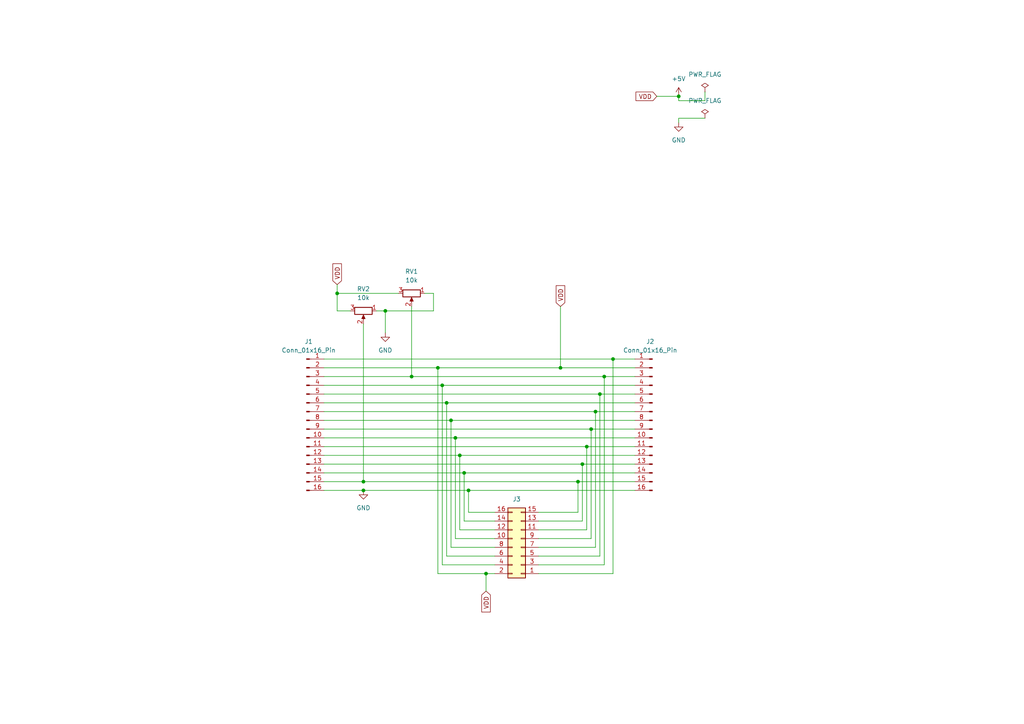
<source format=kicad_sch>
(kicad_sch (version 20231120) (generator "eeschema") (generator_version "8.0")
  (paper "A4")
  (lib_symbols
    (symbol "Connector:Conn_01x16_Pin" (pin_names (offset 1.016) hide)
      (property "Reference" "J" (at 0 20.32 0))
      (property "Value" "Conn_01x16_Pin" (at 0 -22.86 0))
      (symbol "Conn_01x16_Pin_1_1"
        (polyline (pts (xy 1.27 -20.32) (xy 0.8636 -20.32)) (stroke (width 0.1524)))
        (polyline (pts (xy 1.27 -17.78) (xy 0.8636 -17.78)) (stroke (width 0.1524)))
        (polyline (pts (xy 1.27 -15.24) (xy 0.8636 -15.24)) (stroke (width 0.1524)))
        (polyline (pts (xy 1.27 -12.7) (xy 0.8636 -12.7)) (stroke (width 0.1524)))
        (polyline (pts (xy 1.27 -10.16) (xy 0.8636 -10.16)) (stroke (width 0.1524)))
        (polyline (pts (xy 1.27 -7.62) (xy 0.8636 -7.62)) (stroke (width 0.1524)))
        (polyline (pts (xy 1.27 -5.08) (xy 0.8636 -5.08)) (stroke (width 0.1524)))
        (polyline (pts (xy 1.27 -2.54) (xy 0.8636 -2.54)) (stroke (width 0.1524)))
        (polyline (pts (xy 1.27 0) (xy 0.8636 0)) (stroke (width 0.1524)))
        (polyline (pts (xy 1.27 2.54) (xy 0.8636 2.54)) (stroke (width 0.1524)))
        (polyline (pts (xy 1.27 5.08) (xy 0.8636 5.08)) (stroke (width 0.1524)))
        (polyline (pts (xy 1.27 7.62) (xy 0.8636 7.62)) (stroke (width 0.1524)))
        (polyline (pts (xy 1.27 10.16) (xy 0.8636 10.16)) (stroke (width 0.1524)))
        (polyline (pts (xy 1.27 12.7) (xy 0.8636 12.7)) (stroke (width 0.1524)))
        (polyline (pts (xy 1.27 15.24) (xy 0.8636 15.24)) (stroke (width 0.1524)))
        (polyline (pts (xy 1.27 17.78) (xy 0.8636 17.78)) (stroke (width 0.1524)))
        (rectangle (start 0.8636 -20.193) (end 0 -20.447) (stroke (width 0.1524)) (fill (type outline)))
        (rectangle (start 0.8636 -17.653) (end 0 -17.907) (stroke (width 0.1524)) (fill (type outline)))
        (rectangle (start 0.8636 -15.113) (end 0 -15.367) (stroke (width 0.1524)) (fill (type outline)))
        (rectangle (start 0.8636 -12.573) (end 0 -12.827) (stroke (width 0.1524)) (fill (type outline)))
        (rectangle (start 0.8636 -10.033) (end 0 -10.287) (stroke (width 0.1524)) (fill (type outline)))
        (rectangle (start 0.8636 -7.493) (end 0 -7.747) (stroke (width 0.1524)) (fill (type outline)))
        (rectangle (start 0.8636 -4.953) (end 0 -5.207) (stroke (width 0.1524)) (fill (type outline)))
        (rectangle (start 0.8636 -2.413) (end 0 -2.667) (stroke (width 0.1524)) (fill (type outline)))
        (rectangle (start 0.8636 0.127) (end 0 -0.127) (stroke (width 0.1524)) (fill (type outline)))
        (rectangle (start 0.8636 2.667) (end 0 2.413) (stroke (width 0.1524)) (fill (type outline)))
        (rectangle (start 0.8636 5.207) (end 0 4.953) (stroke (width 0.1524)) (fill (type outline)))
        (rectangle (start 0.8636 7.747) (end 0 7.493) (stroke (width 0.1524)) (fill (type outline)))
        (rectangle (start 0.8636 10.287) (end 0 10.033) (stroke (width 0.1524)) (fill (type outline)))
        (rectangle (start 0.8636 12.827) (end 0 12.573) (stroke (width 0.1524)) (fill (type outline)))
        (rectangle (start 0.8636 15.367) (end 0 15.113) (stroke (width 0.1524)) (fill (type outline)))
        (rectangle (start 0.8636 17.907) (end 0 17.653) (stroke (width 0.1524)) (fill (type outline)))
        (pin passive line (at 5.08 17.78 180) (length 3.81) (name "Pin_1") (number "1"))
        (pin passive line (at 5.08 -5.08 180) (length 3.81) (name "Pin_10") (number "10"))
        (pin passive line (at 5.08 -7.62 180) (length 3.81) (name "Pin_11") (number "11"))
        (pin passive line (at 5.08 -10.16 180) (length 3.81) (name "Pin_12") (number "12"))
        (pin passive line (at 5.08 -12.7 180) (length 3.81) (name "Pin_13") (number "13"))
        (pin passive line (at 5.08 -15.24 180) (length 3.81) (name "Pin_14") (number "14"))
        (pin passive line (at 5.08 -17.78 180) (length 3.81) (name "Pin_15") (number "15"))
        (pin passive line (at 5.08 -20.32 180) (length 3.81) (name "Pin_16") (number "16"))
        (pin passive line (at 5.08 15.24 180) (length 3.81) (name "Pin_2") (number "2"))
        (pin passive line (at 5.08 12.7 180) (length 3.81) (name "Pin_3") (number "3"))
        (pin passive line (at 5.08 10.16 180) (length 3.81) (name "Pin_4") (number "4"))
        (pin passive line (at 5.08 7.62 180) (length 3.81) (name "Pin_5") (number "5"))
        (pin passive line (at 5.08 5.08 180) (length 3.81) (name "Pin_6") (number "6"))
        (pin passive line (at 5.08 2.54 180) (length 3.81) (name "Pin_7") (number "7"))
        (pin passive line (at 5.08 0 180) (length 3.81) (name "Pin_8") (number "8"))
        (pin passive line (at 5.08 -2.54 180) (length 3.81) (name "Pin_9") (number "9"))
      )
    )
    (symbol "Connector_Generic:Conn_02x08_Odd_Even" (pin_names (offset 1.016) hide)
      (property "Reference" "J3" (at 1.27 -13.97 0))
      (symbol "Conn_02x08_Odd_Even_1_1"
        (rectangle (start -1.27 -10.033) (end 0 -10.287) (stroke (width 0.1524)))
        (rectangle (start -1.27 -7.493) (end 0 -7.747) (stroke (width 0.1524)))
        (rectangle (start -1.27 -4.953) (end 0 -5.207) (stroke (width 0.1524)))
        (rectangle (start -1.27 -2.413) (end 0 -2.667) (stroke (width 0.1524)))
        (rectangle (start -1.27 0.127) (end 0 -0.127) (stroke (width 0.1524)))
        (rectangle (start -1.27 2.667) (end 0 2.413) (stroke (width 0.1524)))
        (rectangle (start -1.27 5.207) (end 0 4.953) (stroke (width 0.1524)))
        (rectangle (start -1.27 7.747) (end 0 7.493) (stroke (width 0.1524)))
        (rectangle (start -1.27 8.89) (end 3.81 -11.43) (stroke (width 0.254)) (fill (type background)))
        (rectangle (start 3.81 -10.033) (end 2.54 -10.287) (stroke (width 0.1524)))
        (rectangle (start 3.81 -7.493) (end 2.54 -7.747) (stroke (width 0.1524)))
        (rectangle (start 3.81 -4.953) (end 2.54 -5.207) (stroke (width 0.1524)))
        (rectangle (start 3.81 -2.413) (end 2.54 -2.667) (stroke (width 0.1524)))
        (rectangle (start 3.81 0.127) (end 2.54 -0.127) (stroke (width 0.1524)))
        (rectangle (start 3.81 2.667) (end 2.54 2.413) (stroke (width 0.1524)))
        (rectangle (start 3.81 5.207) (end 2.54 4.953) (stroke (width 0.1524)))
        (rectangle (start 3.81 7.747) (end 2.54 7.493) (stroke (width 0.1524)))
        (pin passive line (at 7.62 7.62 180) (length 3.81) (name "Pin_1") (number "1"))
        (pin passive line (at -5.08 -2.54 0) (length 3.81) (name "Pin_10") (number "10"))
        (pin passive line (at 7.62 -5.08 180) (length 3.81) (name "Pin_11") (number "11"))
        (pin passive line (at -5.08 -5.08 0) (length 3.81) (name "Pin_12") (number "12"))
        (pin passive line (at 7.62 -7.62 180) (length 3.81) (name "Pin_13") (number "13"))
        (pin passive line (at -5.08 -7.62 0) (length 3.81) (name "Pin_14") (number "14"))
        (pin passive line (at 7.62 -10.16 180) (length 3.81) (name "Pin_15") (number "15"))
        (pin passive line (at -5.08 -10.16 0) (length 3.81) (name "Pin_16") (number "16"))
        (pin passive line (at -5.08 7.62 0) (length 3.81) (name "Pin_2") (number "2"))
        (pin passive line (at 7.62 5.08 180) (length 3.81) (name "Pin_3") (number "3"))
        (pin passive line (at -5.08 5.08 0) (length 3.81) (name "Pin_4") (number "4"))
        (pin passive line (at 7.62 2.54 180) (length 3.81) (name "Pin_5") (number "5"))
        (pin passive line (at -5.08 2.54 0) (length 3.81) (name "Pin_6") (number "6"))
        (pin passive line (at 7.62 0 180) (length 3.81) (name "Pin_7") (number "7"))
        (pin passive line (at -5.08 0 0) (length 3.81) (name "Pin_8") (number "8"))
        (pin passive line (at 7.62 -2.54 180) (length 3.81) (name "Pin_9") (number "9"))
      )
    )
    (symbol "Device:R_Potentiometer" (pin_names (offset 1.016) hide)
      (property "Reference" "RV" (at -4.445 0 90))
      (property "Value" "R_Potentiometer" (at -2.54 0 90))
      (symbol "R_Potentiometer_0_1"
        (polyline (pts (xy 2.54 0) (xy 1.524 0)))
        (polyline (pts (xy 1.143 0) (xy 2.286 0.508) (xy 2.286 -0.508) (xy 1.143 0)) (fill (type outline)))
        (rectangle (start 1.016 2.54) (end -1.016 -2.54) (stroke (width 0.254)))
      )
      (symbol "R_Potentiometer_1_1"
        (pin passive line (at 0 3.81 270) (length 1.27) (name "1") (number "1"))
        (pin passive line (at 3.81 0 180) (length 1.27) (name "2") (number "2"))
        (pin passive line (at 0 -3.81 90) (length 1.27) (name "3") (number "3"))
      )
    )
    (symbol "power:+5V" (power) (pin_numbers hide) (pin_names (offset 0) hide)
      (property "Value" "+5V" (at 0 3.556 0))
      (symbol "+5V_0_1"
        (polyline (pts (xy -0.762 1.27) (xy 0 2.54)))
        (polyline (pts (xy 0 0) (xy 0 2.54)))
        (polyline (pts (xy 0 2.54) (xy 0.762 1.27)))
      )
      (symbol "+5V_1_1"
        (pin power_in line (at 0 0 90) (length 0) (name "~") (number "1"))
      )
    )
    (symbol "power:GND" (power) (pin_numbers hide) (pin_names (offset 0) hide)
      (property "Value" "GND" (at 0 -3.81 0))
      (symbol "GND_0_1"
        (polyline (pts (xy 0 0) (xy 0 -1.27) (xy 1.27 -1.27) (xy 0 -2.54) (xy -1.27 -1.27) (xy 0 -1.27)))
      )
      (symbol "GND_1_1"
        (pin power_in line (at 0 0 270) (length 0) (name "~") (number "1"))
      )
    )
    (symbol "power:PWR_FLAG" (power) (pin_numbers hide) (pin_names (offset 0) hide)
      (property "Value" "PWR_FLAG" (at 0 3.81 0))
      (symbol "PWR_FLAG_0_0"
        (pin power_out line (at 0 0 90) (length 0) (name "~") (number "1"))
      )
      (symbol "PWR_FLAG_0_1"
        (polyline (pts (xy 0 0) (xy 0 1.27) (xy -1.016 1.905) (xy 0 2.54) (xy 1.016 1.905) (xy 0 1.27)))
      )
    )
  )
  (junction (at 133.35 132.08))
  (junction (at 167.64 139.7))
  (junction (at 127 106.68))
  (junction (at 105.41 142.24))
  (junction (at 105.41 139.7))
  (junction (at 177.8 104.14))
  (junction (at 129.54 116.84))
  (junction (at 173.99 114.3))
  (junction (at 119.38 109.22))
  (junction (at 168.91 134.62))
  (junction (at 134.62 137.16))
  (junction (at 170.18 129.54))
  (junction (at 130.81 121.92))
  (junction (at 111.76 90.17))
  (junction (at 196.85 27.94))
  (junction (at 162.56 106.68))
  (junction (at 140.97 166.37))
  (junction (at 175.26 109.22))
  (junction (at 97.79 85.09))
  (junction (at 172.72 119.38))
  (junction (at 135.89 142.24))
  (junction (at 171.45 124.46))
  (junction (at 132.08 127))
  (junction (at 128.27 111.76))
  (wire (pts (xy 132.08 127) (xy 184.15 127)))
  (wire (pts (xy 143.51 161.29) (xy 129.54 161.29)))
  (wire (pts (xy 196.85 34.29) (xy 196.85 35.56)))
  (wire (pts (xy 175.26 109.22) (xy 184.15 109.22)))
  (wire (pts (xy 93.98 106.68) (xy 127 106.68)))
  (wire (pts (xy 130.81 121.92) (xy 184.15 121.92)))
  (wire (pts (xy 135.89 148.59) (xy 135.89 142.24)))
  (wire (pts (xy 97.79 90.17) (xy 97.79 85.09)))
  (wire (pts (xy 173.99 114.3) (xy 173.99 161.29)))
  (wire (pts (xy 93.98 137.16) (xy 134.62 137.16)))
  (wire (pts (xy 143.51 156.21) (xy 132.08 156.21)))
  (wire (pts (xy 125.73 85.09) (xy 123.19 85.09)))
  (wire (pts (xy 162.56 88.9) (xy 162.56 106.68)))
  (wire (pts (xy 93.98 124.46) (xy 171.45 124.46)))
  (wire (pts (xy 93.98 114.3) (xy 173.99 114.3)))
  (wire (pts (xy 97.79 85.09) (xy 97.79 82.55)))
  (wire (pts (xy 93.98 132.08) (xy 133.35 132.08)))
  (wire (pts (xy 125.73 90.17) (xy 125.73 85.09)))
  (wire (pts (xy 168.91 134.62) (xy 168.91 151.13)))
  (wire (pts (xy 127 106.68) (xy 162.56 106.68)))
  (wire (pts (xy 167.64 139.7) (xy 167.64 148.59)))
  (wire (pts (xy 172.72 119.38) (xy 184.15 119.38)))
  (wire (pts (xy 134.62 137.16) (xy 134.62 151.13)))
  (wire (pts (xy 190.5 27.94) (xy 196.85 27.94)))
  (wire (pts (xy 156.21 148.59) (xy 167.64 148.59)))
  (wire (pts (xy 135.89 142.24) (xy 184.15 142.24)))
  (wire (pts (xy 130.81 121.92) (xy 130.81 158.75)))
  (wire (pts (xy 140.97 166.37) (xy 140.97 171.45)))
  (wire (pts (xy 128.27 111.76) (xy 128.27 163.83)))
  (wire (pts (xy 119.38 109.22) (xy 175.26 109.22)))
  (wire (pts (xy 140.97 166.37) (xy 143.51 166.37)))
  (wire (pts (xy 156.21 161.29) (xy 173.99 161.29)))
  (wire (pts (xy 105.41 93.98) (xy 105.41 139.7)))
  (wire (pts (xy 177.8 104.14) (xy 184.15 104.14)))
  (wire (pts (xy 128.27 111.76) (xy 184.15 111.76)))
  (wire (pts (xy 127 166.37) (xy 140.97 166.37)))
  (wire (pts (xy 177.8 104.14) (xy 177.8 166.37)))
  (wire (pts (xy 111.76 90.17) (xy 125.73 90.17)))
  (wire (pts (xy 156.21 158.75) (xy 172.72 158.75)))
  (wire (pts (xy 111.76 90.17) (xy 111.76 96.52)))
  (wire (pts (xy 172.72 119.38) (xy 172.72 158.75)))
  (wire (pts (xy 101.6 90.17) (xy 97.79 90.17)))
  (wire (pts (xy 156.21 156.21) (xy 171.45 156.21)))
  (wire (pts (xy 173.99 114.3) (xy 184.15 114.3)))
  (wire (pts (xy 134.62 137.16) (xy 184.15 137.16)))
  (wire (pts (xy 133.35 132.08) (xy 133.35 153.67)))
  (wire (pts (xy 97.79 85.09) (xy 115.57 85.09)))
  (wire (pts (xy 93.98 134.62) (xy 168.91 134.62)))
  (wire (pts (xy 171.45 124.46) (xy 184.15 124.46)))
  (wire (pts (xy 156.21 153.67) (xy 170.18 153.67)))
  (wire (pts (xy 143.51 163.83) (xy 128.27 163.83)))
  (wire (pts (xy 132.08 127) (xy 132.08 156.21)))
  (wire (pts (xy 204.47 26.67) (xy 204.47 29.21)))
  (wire (pts (xy 105.41 139.7) (xy 167.64 139.7)))
  (wire (pts (xy 119.38 88.9) (xy 119.38 109.22)))
  (wire (pts (xy 171.45 124.46) (xy 171.45 156.21)))
  (wire (pts (xy 204.47 34.29) (xy 196.85 34.29)))
  (wire (pts (xy 133.35 132.08) (xy 184.15 132.08)))
  (wire (pts (xy 175.26 109.22) (xy 175.26 163.83)))
  (wire (pts (xy 156.21 166.37) (xy 177.8 166.37)))
  (wire (pts (xy 162.56 106.68) (xy 184.15 106.68)))
  (wire (pts (xy 143.51 151.13) (xy 134.62 151.13)))
  (wire (pts (xy 170.18 129.54) (xy 184.15 129.54)))
  (wire (pts (xy 129.54 161.29) (xy 129.54 116.84)))
  (wire (pts (xy 204.47 29.21) (xy 196.85 29.21)))
  (wire (pts (xy 143.51 158.75) (xy 130.81 158.75)))
  (wire (pts (xy 93.98 127) (xy 132.08 127)))
  (wire (pts (xy 196.85 29.21) (xy 196.85 27.94)))
  (wire (pts (xy 93.98 104.14) (xy 177.8 104.14)))
  (wire (pts (xy 143.51 148.59) (xy 135.89 148.59)))
  (wire (pts (xy 156.21 163.83) (xy 175.26 163.83)))
  (wire (pts (xy 93.98 109.22) (xy 119.38 109.22)))
  (wire (pts (xy 168.91 134.62) (xy 184.15 134.62)))
  (wire (pts (xy 170.18 129.54) (xy 170.18 153.67)))
  (wire (pts (xy 143.51 153.67) (xy 133.35 153.67)))
  (wire (pts (xy 109.22 90.17) (xy 111.76 90.17)))
  (wire (pts (xy 93.98 119.38) (xy 172.72 119.38)))
  (wire (pts (xy 127 106.68) (xy 127 166.37)))
  (wire (pts (xy 93.98 129.54) (xy 170.18 129.54)))
  (wire (pts (xy 167.64 139.7) (xy 184.15 139.7)))
  (wire (pts (xy 93.98 116.84) (xy 129.54 116.84)))
  (wire (pts (xy 93.98 142.24) (xy 105.41 142.24)))
  (wire (pts (xy 105.41 142.24) (xy 135.89 142.24)))
  (wire (pts (xy 156.21 151.13) (xy 168.91 151.13)))
  (wire (pts (xy 93.98 111.76) (xy 128.27 111.76)))
  (wire (pts (xy 93.98 139.7) (xy 105.41 139.7)))
  (wire (pts (xy 129.54 116.84) (xy 184.15 116.84)))
  (wire (pts (xy 93.98 121.92) (xy 130.81 121.92)))
  (global_label "VDD" (shape input) (at 97.79 82.55 90) (property "Intersheetrefs" "${INTERSHEET_REFS}" (effects (hide yes))))
  (global_label "VDD" (shape input) (at 140.97 171.45 270) (property "Intersheetrefs" "${INTERSHEET_REFS}" (effects (hide yes))))
  (global_label "VDD" (shape input) (at 190.5 27.94 180) (property "Intersheetrefs" "${INTERSHEET_REFS}" (effects (hide yes))))
  (global_label "VDD" (shape input) (at 162.56 88.9 90) (property "Intersheetrefs" "${INTERSHEET_REFS}" (effects (hide yes))))
  (symbol (lib_id "power:+5V") (at 196.85 27.94 0) (unit 1)
    (property "Reference" "#PWR04" (effects (hide yes)))
    (property "Value" "+5V" (at 196.85 22.86 0))
    (property "Description" "Power symbol creates a global label with name \"+5V\"" (effects (hide yes)))
  )
  (symbol (lib_id "power:GND") (at 111.76 96.52 0) (unit 1)
    (property "Reference" "#PWR01" (effects (hide yes)))
    (property "Value" "GND" (at 111.76 101.6 0))
    (property "Description" "Power symbol creates a global label with name \"GND\" , ground" (effects (hide yes)))
  )
  (symbol (lib_id "power:GND") (at 196.85 35.56 0) (unit 1)
    (property "Reference" "#PWR05" (effects (hide yes)))
    (property "Value" "GND" (at 196.85 40.64 0))
    (property "Description" "Power symbol creates a global label with name \"GND\" , ground" (effects (hide yes)))
  )
  (symbol (lib_id "Connector:Conn_01x16_Pin") (at 88.9 121.92 0) (unit 1)
    (property "Reference" "J1" (at 89.535 99.06 0))
    (property "Value" "Conn_01x16_Pin" (at 89.535 101.6 0))
    (property "Footprint" "Connector_PinSocket_2.54mm:PinSocket_1x16_P2.54mm_Vertical" (effects (hide yes)))
    (property "Description" "Generic connector, single row, 01x16, script generated" (effects (hide yes)))
  )
  (symbol (lib_id "power:GND") (at 105.41 142.24 0) (unit 1)
    (property "Reference" "#PWR03" (effects (hide yes)))
    (property "Value" "GND" (at 105.41 147.32 0))
    (property "Description" "Power symbol creates a global label with name \"GND\" , ground" (effects (hide yes)))
  )
  (symbol (lib_id "Device:R_Potentiometer") (at 105.41 90.17 270) (unit 1)
    (property "Reference" "RV2" (at 105.41 83.82 90))
    (property "Value" "10k" (at 105.41 86.36 90))
    (property "Footprint" "Potentiometer_THT:Potentiometer_ACP_CA6-H2,5_Horizontal" (effects (hide yes)))
    (property "Description" "Potentiometer" (effects (hide yes)))
  )
  (symbol (lib_id "Device:R_Potentiometer") (at 119.38 85.09 270) (unit 1)
    (property "Reference" "RV1" (at 119.38 78.74 90))
    (property "Value" "10k" (at 119.38 81.28 90))
    (property "Footprint" "Potentiometer_THT:Potentiometer_ACP_CA6-H2,5_Horizontal" (effects (hide yes)))
    (property "Description" "Potentiometer" (effects (hide yes)))
  )
  (symbol (lib_id "power:PWR_FLAG") (at 204.47 34.29 0) (unit 1)
    (property "Reference" "#FLG02" (effects (hide yes)))
    (property "Value" "PWR_FLAG" (at 204.47 29.21 0))
    (property "Description" "Special symbol for telling ERC where power comes from" (effects (hide yes)))
  )
  (symbol (lib_id "power:PWR_FLAG") (at 204.47 26.67 0) (unit 1)
    (property "Reference" "#FLG01" (effects (hide yes)))
    (property "Value" "PWR_FLAG" (at 204.47 21.59 0))
    (property "Description" "Special symbol for telling ERC where power comes from" (effects (hide yes)))
  )
  (symbol (lib_id "Connector:Conn_01x16_Pin") (at 189.23 121.92 0) (mirror y) (unit 1)
    (property "Reference" "J2" (at 188.595 99.06 0))
    (property "Value" "Conn_01x16_Pin" (at 188.595 101.6 0))
    (property "Footprint" "Connector_PinSocket_2.54mm:PinSocket_1x16_P2.54mm_Vertical" (effects (hide yes)))
    (property "Description" "Generic connector, single row, 01x16, script generated" (effects (hide yes)))
  )
  (symbol (lib_id "Connector_Generic:Conn_02x08_Odd_Even") (at 148.59 158.75 0) (mirror x) (unit 1)
    (property "Reference" "J3" (at 149.86 144.78 0))
    (property "Value" "Conn_02x08_Odd_Even" (effects (hide yes)))
    (property "Footprint" "Connector_PinSocket_2.54mm:PinSocket_2x08_P2.54mm_Vertical" (effects (hide yes)))
    (property "Description" "Generic connector, double row, 02x08, odd/even pin numbering scheme (row 1 odd numbers, row 2 even numbers), script generated (kicad-library-utils/schlib/autogen/connector/)" (effects (hide yes)))
  )
)
</source>
